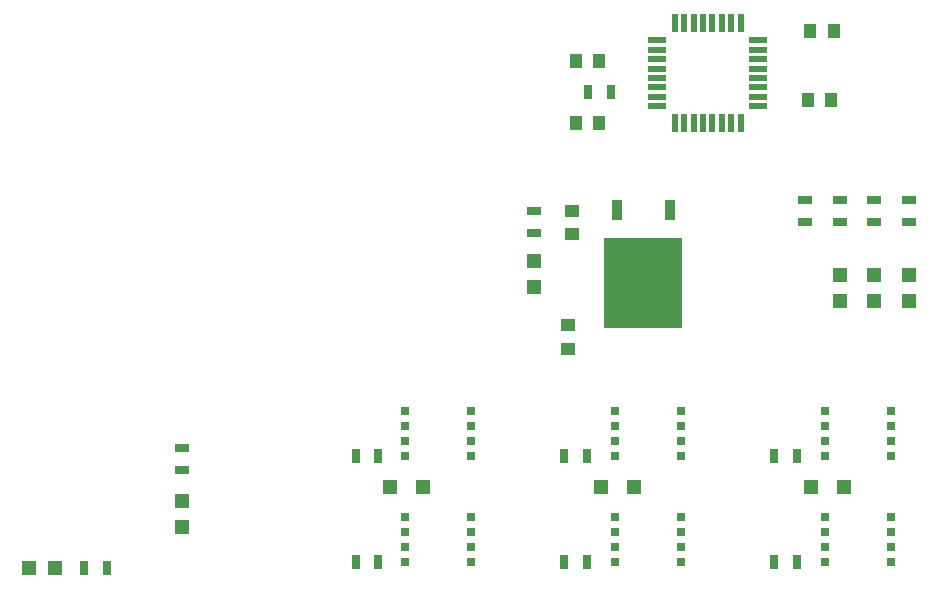
<source format=gbr>
G04 #@! TF.GenerationSoftware,KiCad,Pcbnew,5.1.5-52549c5~84~ubuntu18.04.1*
G04 #@! TF.CreationDate,2020-02-07T16:49:07-05:00*
G04 #@! TF.ProjectId,solenoidTrigger,736f6c65-6e6f-4696-9454-726967676572,rev?*
G04 #@! TF.SameCoordinates,Original*
G04 #@! TF.FileFunction,Paste,Top*
G04 #@! TF.FilePolarity,Positive*
%FSLAX46Y46*%
G04 Gerber Fmt 4.6, Leading zero omitted, Abs format (unit mm)*
G04 Created by KiCad (PCBNEW 5.1.5-52549c5~84~ubuntu18.04.1) date 2020-02-07 16:49:07*
%MOMM*%
%LPD*%
G04 APERTURE LIST*
%ADD10R,0.787400X0.711200*%
%ADD11R,0.700000X1.300000*%
%ADD12R,1.200000X1.200000*%
%ADD13R,1.300000X0.700000*%
%ADD14R,1.000000X1.250000*%
%ADD15R,1.250000X1.000000*%
%ADD16R,0.939800X1.701800*%
%ADD17R,6.654800X7.721600*%
%ADD18R,1.600000X0.550000*%
%ADD19R,0.550000X1.600000*%
G04 APERTURE END LIST*
D10*
X181356000Y-110617000D03*
X181356000Y-111887000D03*
X181356000Y-113157000D03*
X181356000Y-114427000D03*
X175768000Y-114427000D03*
X175768000Y-113157000D03*
X175768000Y-111887000D03*
X175768000Y-110617000D03*
X181356000Y-119570500D03*
X181356000Y-120840500D03*
X181356000Y-122110500D03*
X181356000Y-123380500D03*
X175768000Y-123380500D03*
X175768000Y-122110500D03*
X175768000Y-120840500D03*
X175768000Y-119570500D03*
D11*
X171516000Y-114427000D03*
X173416000Y-114427000D03*
X171516000Y-123380500D03*
X173416000Y-123380500D03*
D12*
X174622000Y-117030500D03*
X177422000Y-117030500D03*
D13*
X121348500Y-113731000D03*
X121348500Y-115631000D03*
D12*
X121348500Y-120480000D03*
X121348500Y-118280000D03*
X151130000Y-97960000D03*
X151130000Y-100160000D03*
D11*
X136083000Y-114427000D03*
X137983000Y-114427000D03*
D12*
X141798500Y-117030500D03*
X138998500Y-117030500D03*
X159642000Y-117030500D03*
X156842000Y-117030500D03*
D14*
X156702000Y-86233000D03*
X154702000Y-86233000D03*
D10*
X157988000Y-110617000D03*
X157988000Y-111887000D03*
X157988000Y-113157000D03*
X157988000Y-114427000D03*
X163576000Y-114427000D03*
X163576000Y-113157000D03*
X163576000Y-111887000D03*
X163576000Y-110617000D03*
X145796000Y-110617000D03*
X145796000Y-111887000D03*
X145796000Y-113157000D03*
X145796000Y-114427000D03*
X140208000Y-114427000D03*
X140208000Y-113157000D03*
X140208000Y-111887000D03*
X140208000Y-110617000D03*
X157988000Y-119570500D03*
X157988000Y-120840500D03*
X157988000Y-122110500D03*
X157988000Y-123380500D03*
X163576000Y-123380500D03*
X163576000Y-122110500D03*
X163576000Y-120840500D03*
X163576000Y-119570500D03*
X140208000Y-119570500D03*
X140208000Y-120840500D03*
X140208000Y-122110500D03*
X140208000Y-123380500D03*
X145796000Y-123380500D03*
X145796000Y-122110500D03*
X145796000Y-120840500D03*
X145796000Y-119570500D03*
D15*
X154355800Y-95662500D03*
X154355800Y-93662500D03*
X154051000Y-105378000D03*
X154051000Y-103378000D03*
D14*
X174333660Y-84322920D03*
X176333660Y-84322920D03*
X174530000Y-78486000D03*
X176530000Y-78486000D03*
X156702000Y-81026000D03*
X154702000Y-81026000D03*
D12*
X108437500Y-123952000D03*
X110637500Y-123952000D03*
X177038000Y-99103000D03*
X177038000Y-101303000D03*
X179975501Y-101320499D03*
X179975501Y-99120499D03*
X182880000Y-99103000D03*
X182880000Y-101303000D03*
D11*
X137985500Y-123380500D03*
X136085500Y-123380500D03*
X155636000Y-123380500D03*
X153736000Y-123380500D03*
X153736000Y-114427000D03*
X155636000Y-114427000D03*
D13*
X174117000Y-92776000D03*
X174117000Y-94676000D03*
D11*
X155768000Y-83629500D03*
X157668000Y-83629500D03*
X114996000Y-123952000D03*
X113096000Y-123952000D03*
D13*
X151130000Y-95565000D03*
X151130000Y-93665000D03*
X177038000Y-92776000D03*
X177038000Y-94676000D03*
X179959000Y-94676000D03*
X179959000Y-92776000D03*
X182880000Y-92776000D03*
X182880000Y-94676000D03*
D16*
X162651001Y-93649800D03*
X158150999Y-93649800D03*
D17*
X160401000Y-99758500D03*
D18*
X170112000Y-84842000D03*
X170112000Y-84042000D03*
X170112000Y-83242000D03*
X170112000Y-82442000D03*
X170112000Y-81642000D03*
X170112000Y-80842000D03*
X170112000Y-80042000D03*
X170112000Y-79242000D03*
D19*
X168662000Y-77792000D03*
X167862000Y-77792000D03*
X167062000Y-77792000D03*
X166262000Y-77792000D03*
X165462000Y-77792000D03*
X164662000Y-77792000D03*
X163862000Y-77792000D03*
X163062000Y-77792000D03*
D18*
X161612000Y-79242000D03*
X161612000Y-80042000D03*
X161612000Y-80842000D03*
X161612000Y-81642000D03*
X161612000Y-82442000D03*
X161612000Y-83242000D03*
X161612000Y-84042000D03*
X161612000Y-84842000D03*
D19*
X163062000Y-86292000D03*
X163862000Y-86292000D03*
X164662000Y-86292000D03*
X165462000Y-86292000D03*
X166262000Y-86292000D03*
X167062000Y-86292000D03*
X167862000Y-86292000D03*
X168662000Y-86292000D03*
M02*

</source>
